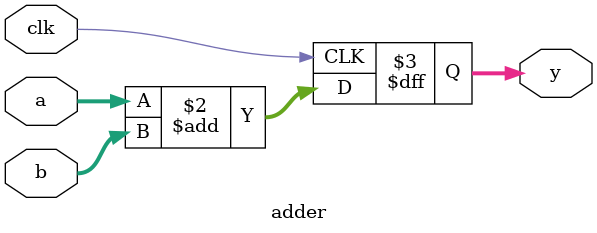
<source format=sv>
module adder (
  input  logic       clk,
  input  logic [7:0] a,
  input  logic [7:0] b,
  output logic [7:0] y
);
  always_ff @(posedge clk) y <= a + b;
endmodule

</source>
